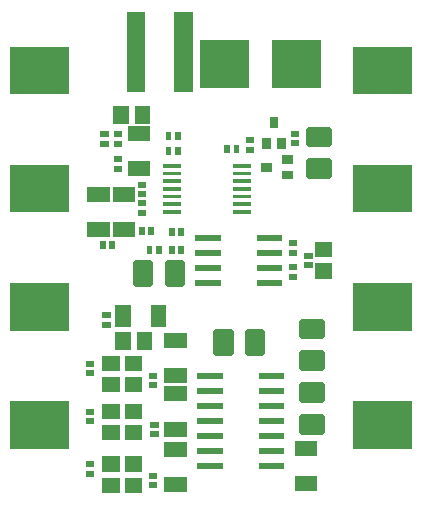
<source format=gbr>
G04 start of page 10 for group -4015 idx -4015 *
G04 Title: (unknown), toppaste *
G04 Creator: pcb 1.99z *
G04 CreationDate: Mon 08 Dec 2014 11:05:11 PM GMT UTC *
G04 For: commonadmin *
G04 Format: Gerber/RS-274X *
G04 PCB-Dimensions (mil): 1377.95 1692.91 *
G04 PCB-Coordinate-Origin: lower left *
%MOIN*%
%FSLAX25Y25*%
%LNTOPPASTE*%
%ADD62R,0.1575X0.1575*%
%ADD61R,0.0200X0.0200*%
%ADD60R,0.0130X0.0130*%
%ADD59R,0.0512X0.0512*%
%ADD58C,0.0197*%
%ADD57R,0.0492X0.0492*%
%ADD56R,0.0290X0.0290*%
%ADD55R,0.0197X0.0197*%
%ADD54R,0.0630X0.0630*%
%ADD53R,0.1600X0.1600*%
G54D53*X72580Y149587D02*X72680D01*
X96580D02*X96680D01*
G54D54*X43130Y163823D02*Y143351D01*
X58878Y163823D02*Y143351D01*
G54D55*X80737Y120939D02*X81523D01*
X80737Y124087D02*X81523D01*
X76630Y121480D02*Y120694D01*
X73482Y121480D02*Y120694D01*
G54D56*X86530Y123387D02*Y122787D01*
X91630Y123387D02*Y122787D01*
X89130Y130387D02*Y129787D01*
G54D55*X95737Y126235D02*X96523D01*
X95737Y123087D02*X96523D01*
G54D56*X93330Y112487D02*X93930D01*
X93330Y117587D02*X93930D01*
X86330Y115087D02*X86930D01*
G54D57*X103146Y114587D02*X105114D01*
G54D58*X100685Y112126D02*X107575D01*
X100685Y117047D02*X107575D01*
X100685D02*Y112126D01*
X107575Y117047D02*Y112126D01*
G54D57*X103146Y125217D02*X105114D01*
G54D58*X100685Y122756D02*X107575D01*
X100685Y127677D02*X107575D01*
X100685D02*Y122756D01*
X107575Y127677D02*Y122756D01*
G54D55*X32237Y126087D02*X33023D01*
X32237Y122939D02*X33023D01*
X36737Y126087D02*X37523D01*
X36737Y122939D02*X37523D01*
G54D59*X38130Y132980D02*Y132194D01*
X45216Y132980D02*Y132194D01*
G54D55*X57130Y125980D02*Y125194D01*
X53982Y125980D02*Y125194D01*
X57130Y120980D02*Y120194D01*
X53982Y120980D02*Y120194D01*
X58278Y93980D02*Y93194D01*
X55130Y93980D02*Y93194D01*
G54D59*X29449Y94276D02*X31811D01*
X29449Y106086D02*X31811D01*
X37949Y94276D02*X40311D01*
X37949Y106086D02*X40311D01*
G54D55*X44737Y103087D02*X45523D01*
X44737Y99939D02*X45523D01*
X48278Y94332D02*Y93546D01*
X45130Y94332D02*Y93546D01*
G54D59*X42949Y114586D02*X45311D01*
X42949Y126396D02*X45311D01*
G54D55*X35278Y89480D02*Y88694D01*
X32130Y89480D02*Y88694D01*
G54D60*X52827Y115586D02*X57433D01*
X52827Y113027D02*X57433D01*
X52827Y110468D02*X57433D01*
X52827Y107909D02*X57433D01*
X52827Y105350D02*X57433D01*
X52827Y102791D02*X57433D01*
X52827Y100232D02*X57433D01*
X76055D02*X80661D01*
X76055Y102791D02*X80661D01*
X76055Y105350D02*X80661D01*
X76055Y107909D02*X80661D01*
X76055Y110468D02*X80661D01*
X76055Y113027D02*X80661D01*
X76055Y115586D02*X80661D01*
G54D55*X36737Y114587D02*X37523D01*
X36737Y117735D02*X37523D01*
X100237Y82439D02*X101023D01*
X100237Y85587D02*X101023D01*
X94987Y78587D02*X95773D01*
X94987Y81735D02*X95773D01*
G54D61*X63880Y91587D02*X70380D01*
X63880Y86587D02*X70380D01*
X63880Y81587D02*X70380D01*
X63880Y76587D02*X70380D01*
X84380D02*X90880D01*
X84380Y81587D02*X90880D01*
X84380Y86587D02*X90880D01*
X84380Y91587D02*X90880D01*
G54D55*X94987Y86587D02*X95773D01*
X94987Y89735D02*X95773D01*
G54D59*X105237Y80501D02*X106023D01*
X105237Y87587D02*X106023D01*
G54D55*X55130Y87980D02*Y87194D01*
X58278Y87980D02*Y87194D01*
X47630Y87980D02*Y87194D01*
X50778Y87980D02*Y87194D01*
G54D57*X56130Y80571D02*Y78602D01*
G54D58*X58591Y83031D02*Y76142D01*
X53669Y83031D02*Y76142D01*
X58591D01*
X53669Y83031D02*X58591D01*
G54D57*X45500Y80571D02*Y78602D01*
G54D58*X47961Y83031D02*Y76142D01*
X43039Y83031D02*Y76142D01*
X47961D01*
X43039Y83031D02*X47961D01*
G54D57*X100836Y40087D02*X102804D01*
G54D58*X98375Y42547D02*X105265D01*
X98375Y37626D02*X105265D01*
Y42547D02*Y37626D01*
X98375Y42547D02*Y37626D01*
G54D57*X100836Y29457D02*X102804D01*
G54D58*X98375Y31917D02*X105265D01*
X98375Y26996D02*X105265D01*
Y31917D02*Y26996D01*
X98375Y31917D02*Y26996D01*
G54D57*X100836Y50587D02*X102804D01*
G54D58*X98375Y48126D02*X105265D01*
X98375Y53047D02*X105265D01*
X98375D02*Y48126D01*
X105265Y53047D02*Y48126D01*
G54D57*X100836Y61217D02*X102804D01*
G54D58*X98375Y58756D02*X105265D01*
X98375Y63677D02*X105265D01*
X98375D02*Y58756D01*
X105265Y63677D02*Y58756D01*
G54D61*X64570Y45587D02*X71070D01*
X64570Y40587D02*X71070D01*
X64570Y35587D02*X71070D01*
X64570Y30587D02*X71070D01*
X64570Y25587D02*X71070D01*
X64570Y20587D02*X71070D01*
X64570Y15587D02*X71070D01*
X85070D02*X91570D01*
X85070Y20587D02*X91570D01*
X85070Y25587D02*X91570D01*
X85070Y30587D02*X91570D01*
X85070Y35587D02*X91570D01*
X85070Y40587D02*X91570D01*
X85070Y45587D02*X91570D01*
G54D59*X55139Y57396D02*X57501D01*
X55139Y45586D02*X57501D01*
X41927Y9087D02*X42713D01*
X41927Y16173D02*X42713D01*
X34427Y9087D02*X35213D01*
X34427Y16173D02*X35213D01*
X34427Y42587D02*X35213D01*
X34427Y49673D02*X35213D01*
G54D55*X27427Y16087D02*X28213D01*
X27427Y12939D02*X28213D01*
X48427Y9087D02*X49213D01*
X48427Y12235D02*X49213D01*
G54D59*X55139Y21086D02*X57501D01*
X55139Y9276D02*X57501D01*
X98639Y21396D02*X101001D01*
X98639Y9586D02*X101001D01*
X55139Y39586D02*X57501D01*
X55139Y27776D02*X57501D01*
G54D55*X27427Y49587D02*X28213D01*
X27427Y46439D02*X28213D01*
G54D59*X41927Y42587D02*X42713D01*
X41927Y49673D02*X42713D01*
G54D55*X48427Y45587D02*X49213D01*
X48427Y42439D02*X49213D01*
G54D59*X41927Y26587D02*X42713D01*
X41927Y33673D02*X42713D01*
X34427Y26587D02*X35213D01*
X34427Y33673D02*X35213D01*
G54D55*X27427Y33587D02*X28213D01*
X27427Y30439D02*X28213D01*
X48927Y26087D02*X49713D01*
X48927Y29235D02*X49713D01*
G54D59*X45906Y57480D02*Y56694D01*
X38820Y57480D02*Y56694D01*
G54D55*X32927Y62587D02*X33713D01*
X32927Y65735D02*X33713D01*
G54D59*X38820Y66768D02*Y64406D01*
X50630Y66768D02*Y64406D01*
G54D57*X82820Y57571D02*Y55602D01*
G54D58*X85281Y60031D02*Y53142D01*
X80359Y60031D02*Y53142D01*
X85281D01*
X80359Y60031D02*X85281D01*
G54D57*X72190Y57571D02*Y55602D01*
G54D58*X74651Y60031D02*Y53142D01*
X69730Y60031D02*Y53142D01*
X74651D01*
X69730Y60031D02*X74651D01*
G54D55*X44737Y109235D02*X45523D01*
X44737Y106087D02*X45523D01*
G54D62*X9031Y147291D02*X12969D01*
X9031Y107921D02*X12969D01*
X9031Y68551D02*X12969D01*
X9031Y29181D02*X12969D01*
X123205Y147291D02*X127142D01*
X123205Y107921D02*X127142D01*
X123205Y68551D02*X127142D01*
X123205Y29181D02*X127142D01*
M02*

</source>
